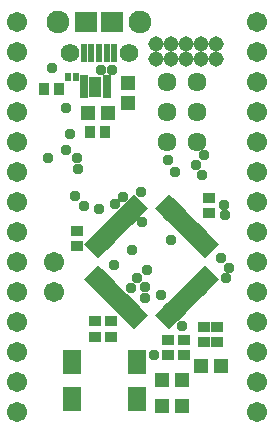
<source format=gts>
G75*
%MOIN*%
%OFA0B0*%
%FSLAX25Y25*%
%IPPOS*%
%LPD*%
%AMOC8*
5,1,8,0,0,1.08239X$1,22.5*
%
%ADD10R,0.01981X0.06706*%
%ADD11R,0.06706X0.01981*%
%ADD12R,0.05131X0.04737*%
%ADD13R,0.05918X0.08280*%
%ADD14R,0.04343X0.03556*%
%ADD15R,0.02375X0.06115*%
%ADD16C,0.06146*%
%ADD17R,0.07690X0.06902*%
%ADD18C,0.07591*%
%ADD19C,0.05162*%
%ADD20C,0.06343*%
%ADD21C,0.06737*%
%ADD22R,0.02769X0.01902*%
%ADD23R,0.04343X0.07099*%
%ADD24R,0.03556X0.04343*%
%ADD25R,0.04737X0.05131*%
%ADD26R,0.01981X0.02965*%
%ADD27C,0.03700*%
D10*
G36*
X0038283Y0062906D02*
X0036883Y0061506D01*
X0032143Y0066246D01*
X0033543Y0067646D01*
X0038283Y0062906D01*
G37*
G36*
X0039675Y0064298D02*
X0038275Y0062898D01*
X0033535Y0067638D01*
X0034935Y0069038D01*
X0039675Y0064298D01*
G37*
G36*
X0041067Y0065690D02*
X0039667Y0064290D01*
X0034927Y0069030D01*
X0036327Y0070430D01*
X0041067Y0065690D01*
G37*
G36*
X0042459Y0067082D02*
X0041059Y0065682D01*
X0036319Y0070422D01*
X0037719Y0071822D01*
X0042459Y0067082D01*
G37*
G36*
X0043851Y0068474D02*
X0042451Y0067074D01*
X0037711Y0071814D01*
X0039111Y0073214D01*
X0043851Y0068474D01*
G37*
G36*
X0045243Y0069866D02*
X0043843Y0068466D01*
X0039103Y0073206D01*
X0040503Y0074606D01*
X0045243Y0069866D01*
G37*
G36*
X0046634Y0071257D02*
X0045234Y0069857D01*
X0040494Y0074597D01*
X0041894Y0075997D01*
X0046634Y0071257D01*
G37*
G36*
X0048026Y0072649D02*
X0046626Y0071249D01*
X0041886Y0075989D01*
X0043286Y0077389D01*
X0048026Y0072649D01*
G37*
G36*
X0049418Y0074041D02*
X0048018Y0072641D01*
X0043278Y0077381D01*
X0044678Y0078781D01*
X0049418Y0074041D01*
G37*
G36*
X0050810Y0075433D02*
X0049410Y0074033D01*
X0044670Y0078773D01*
X0046070Y0080173D01*
X0050810Y0075433D01*
G37*
G36*
X0052202Y0076825D02*
X0050802Y0075425D01*
X0046062Y0080165D01*
X0047462Y0081565D01*
X0052202Y0076825D01*
G37*
G36*
X0053594Y0078217D02*
X0052194Y0076817D01*
X0047454Y0081557D01*
X0048854Y0082957D01*
X0053594Y0078217D01*
G37*
G36*
X0074473Y0051770D02*
X0073073Y0050370D01*
X0068333Y0055110D01*
X0069733Y0056510D01*
X0074473Y0051770D01*
G37*
G36*
X0075865Y0053162D02*
X0074465Y0051762D01*
X0069725Y0056502D01*
X0071125Y0057902D01*
X0075865Y0053162D01*
G37*
G36*
X0077257Y0054554D02*
X0075857Y0053154D01*
X0071117Y0057894D01*
X0072517Y0059294D01*
X0077257Y0054554D01*
G37*
G36*
X0073081Y0050378D02*
X0071681Y0048978D01*
X0066941Y0053718D01*
X0068341Y0055118D01*
X0073081Y0050378D01*
G37*
G36*
X0071689Y0048986D02*
X0070289Y0047586D01*
X0065549Y0052326D01*
X0066949Y0053726D01*
X0071689Y0048986D01*
G37*
G36*
X0070297Y0047594D02*
X0068897Y0046194D01*
X0064157Y0050934D01*
X0065557Y0052334D01*
X0070297Y0047594D01*
G37*
G36*
X0068906Y0046203D02*
X0067506Y0044803D01*
X0062766Y0049543D01*
X0064166Y0050943D01*
X0068906Y0046203D01*
G37*
G36*
X0067514Y0044811D02*
X0066114Y0043411D01*
X0061374Y0048151D01*
X0062774Y0049551D01*
X0067514Y0044811D01*
G37*
G36*
X0066122Y0043419D02*
X0064722Y0042019D01*
X0059982Y0046759D01*
X0061382Y0048159D01*
X0066122Y0043419D01*
G37*
G36*
X0064730Y0042027D02*
X0063330Y0040627D01*
X0058590Y0045367D01*
X0059990Y0046767D01*
X0064730Y0042027D01*
G37*
G36*
X0063338Y0040635D02*
X0061938Y0039235D01*
X0057198Y0043975D01*
X0058598Y0045375D01*
X0063338Y0040635D01*
G37*
G36*
X0061946Y0039243D02*
X0060546Y0037843D01*
X0055806Y0042583D01*
X0057206Y0043983D01*
X0061946Y0039243D01*
G37*
D11*
G36*
X0053594Y0042583D02*
X0048854Y0037843D01*
X0047454Y0039243D01*
X0052194Y0043983D01*
X0053594Y0042583D01*
G37*
G36*
X0052202Y0043975D02*
X0047462Y0039235D01*
X0046062Y0040635D01*
X0050802Y0045375D01*
X0052202Y0043975D01*
G37*
G36*
X0050810Y0045367D02*
X0046070Y0040627D01*
X0044670Y0042027D01*
X0049410Y0046767D01*
X0050810Y0045367D01*
G37*
G36*
X0049418Y0046759D02*
X0044678Y0042019D01*
X0043278Y0043419D01*
X0048018Y0048159D01*
X0049418Y0046759D01*
G37*
G36*
X0048026Y0048151D02*
X0043286Y0043411D01*
X0041886Y0044811D01*
X0046626Y0049551D01*
X0048026Y0048151D01*
G37*
G36*
X0046634Y0049543D02*
X0041894Y0044803D01*
X0040494Y0046203D01*
X0045234Y0050943D01*
X0046634Y0049543D01*
G37*
G36*
X0045243Y0050934D02*
X0040503Y0046194D01*
X0039103Y0047594D01*
X0043843Y0052334D01*
X0045243Y0050934D01*
G37*
G36*
X0043851Y0052326D02*
X0039111Y0047586D01*
X0037711Y0048986D01*
X0042451Y0053726D01*
X0043851Y0052326D01*
G37*
G36*
X0042459Y0053718D02*
X0037719Y0048978D01*
X0036319Y0050378D01*
X0041059Y0055118D01*
X0042459Y0053718D01*
G37*
G36*
X0041067Y0055110D02*
X0036327Y0050370D01*
X0034927Y0051770D01*
X0039667Y0056510D01*
X0041067Y0055110D01*
G37*
G36*
X0039675Y0056502D02*
X0034935Y0051762D01*
X0033535Y0053162D01*
X0038275Y0057902D01*
X0039675Y0056502D01*
G37*
G36*
X0038283Y0057894D02*
X0033543Y0053154D01*
X0032143Y0054554D01*
X0036883Y0059294D01*
X0038283Y0057894D01*
G37*
G36*
X0061946Y0081557D02*
X0057206Y0076817D01*
X0055806Y0078217D01*
X0060546Y0082957D01*
X0061946Y0081557D01*
G37*
G36*
X0063338Y0080165D02*
X0058598Y0075425D01*
X0057198Y0076825D01*
X0061938Y0081565D01*
X0063338Y0080165D01*
G37*
G36*
X0064730Y0078773D02*
X0059990Y0074033D01*
X0058590Y0075433D01*
X0063330Y0080173D01*
X0064730Y0078773D01*
G37*
G36*
X0066122Y0077381D02*
X0061382Y0072641D01*
X0059982Y0074041D01*
X0064722Y0078781D01*
X0066122Y0077381D01*
G37*
G36*
X0067514Y0075989D02*
X0062774Y0071249D01*
X0061374Y0072649D01*
X0066114Y0077389D01*
X0067514Y0075989D01*
G37*
G36*
X0068906Y0074597D02*
X0064166Y0069857D01*
X0062766Y0071257D01*
X0067506Y0075997D01*
X0068906Y0074597D01*
G37*
G36*
X0070297Y0073206D02*
X0065557Y0068466D01*
X0064157Y0069866D01*
X0068897Y0074606D01*
X0070297Y0073206D01*
G37*
G36*
X0071689Y0071814D02*
X0066949Y0067074D01*
X0065549Y0068474D01*
X0070289Y0073214D01*
X0071689Y0071814D01*
G37*
G36*
X0073081Y0070422D02*
X0068341Y0065682D01*
X0066941Y0067082D01*
X0071681Y0071822D01*
X0073081Y0070422D01*
G37*
G36*
X0074473Y0069030D02*
X0069733Y0064290D01*
X0068333Y0065690D01*
X0073073Y0070430D01*
X0074473Y0069030D01*
G37*
G36*
X0075865Y0067638D02*
X0071125Y0062898D01*
X0069725Y0064298D01*
X0074465Y0069038D01*
X0075865Y0067638D01*
G37*
G36*
X0077257Y0066246D02*
X0072517Y0061506D01*
X0071117Y0062906D01*
X0075857Y0067646D01*
X0077257Y0066246D01*
G37*
D12*
X0077746Y0025700D03*
X0071054Y0025700D03*
X0064946Y0021000D03*
X0064946Y0012300D03*
X0058254Y0012300D03*
X0058254Y0021000D03*
X0040046Y0109900D03*
X0033354Y0109900D03*
D13*
X0028173Y0027099D03*
X0028173Y0014501D03*
X0049827Y0014501D03*
X0049827Y0027099D03*
D14*
X0041000Y0035341D03*
X0041000Y0040459D03*
X0035900Y0040459D03*
X0035900Y0035341D03*
X0029800Y0065641D03*
X0029800Y0070759D03*
X0060300Y0034359D03*
X0060300Y0029241D03*
X0065500Y0029241D03*
X0065500Y0034359D03*
X0072000Y0033441D03*
X0072000Y0038559D03*
X0076500Y0038559D03*
X0076500Y0033441D03*
X0073900Y0076641D03*
X0073900Y0081759D03*
D15*
X0042318Y0129770D03*
X0039759Y0129770D03*
X0037200Y0129770D03*
X0034641Y0129770D03*
X0032082Y0129770D03*
D16*
X0027357Y0129770D03*
X0047043Y0129770D03*
D17*
X0041629Y0140400D03*
X0032771Y0140400D03*
D18*
X0023420Y0140400D03*
X0050980Y0140400D03*
D19*
X0056000Y0132800D03*
X0056000Y0127800D03*
X0061000Y0127800D03*
X0061000Y0132800D03*
X0066000Y0132800D03*
X0066000Y0127800D03*
X0071000Y0127800D03*
X0071000Y0132800D03*
X0076000Y0132800D03*
X0076000Y0127800D03*
D20*
X0069700Y0120400D03*
X0069700Y0110400D03*
X0069700Y0100400D03*
X0059700Y0100400D03*
X0059700Y0110400D03*
X0059700Y0120400D03*
D21*
X0009700Y0010400D03*
X0009700Y0020400D03*
X0009700Y0030400D03*
X0009700Y0040400D03*
X0009700Y0050400D03*
X0009700Y0060400D03*
X0009700Y0070400D03*
X0009700Y0080400D03*
X0009700Y0090400D03*
X0009700Y0100400D03*
X0009700Y0110400D03*
X0009700Y0120400D03*
X0009700Y0130400D03*
X0009700Y0140400D03*
X0022200Y0060400D03*
X0022200Y0050400D03*
X0089700Y0050400D03*
X0089700Y0060400D03*
X0089700Y0070400D03*
X0089700Y0080400D03*
X0089700Y0090400D03*
X0089700Y0100400D03*
X0089700Y0110400D03*
X0089700Y0120400D03*
X0089700Y0130400D03*
X0089700Y0140400D03*
X0089700Y0040400D03*
X0089700Y0030400D03*
X0089700Y0020400D03*
X0089700Y0010400D03*
D22*
X0039680Y0115794D03*
X0039680Y0117763D03*
X0039680Y0119731D03*
X0039680Y0121700D03*
X0032200Y0121700D03*
X0032200Y0119731D03*
X0032200Y0117763D03*
X0032200Y0115794D03*
D23*
X0035940Y0118747D03*
D24*
X0034141Y0103500D03*
X0039259Y0103500D03*
X0023859Y0118000D03*
X0018741Y0118000D03*
D25*
X0046800Y0119846D03*
X0046800Y0113154D03*
D26*
X0029459Y0121800D03*
X0026900Y0121800D03*
D27*
X0021400Y0124800D03*
X0026100Y0111500D03*
X0027600Y0103000D03*
X0026100Y0097700D03*
X0029900Y0095000D03*
X0030100Y0091100D03*
X0029100Y0082100D03*
X0032000Y0078900D03*
X0037000Y0077800D03*
X0042400Y0079500D03*
X0045000Y0082000D03*
X0051300Y0083500D03*
X0051400Y0073500D03*
X0048000Y0064300D03*
X0053200Y0057500D03*
X0049908Y0055000D03*
X0047700Y0051700D03*
X0052400Y0052000D03*
X0052400Y0048400D03*
X0057900Y0049300D03*
X0064900Y0039000D03*
X0055500Y0029100D03*
X0042000Y0059300D03*
X0061200Y0067500D03*
X0071500Y0089400D03*
X0069400Y0092700D03*
X0072300Y0095900D03*
X0062600Y0090300D03*
X0060000Y0094100D03*
X0078900Y0079400D03*
X0079100Y0075900D03*
X0077900Y0061600D03*
X0080600Y0058400D03*
X0079500Y0054900D03*
X0041500Y0124300D03*
X0037900Y0124300D03*
X0020100Y0095000D03*
M02*

</source>
